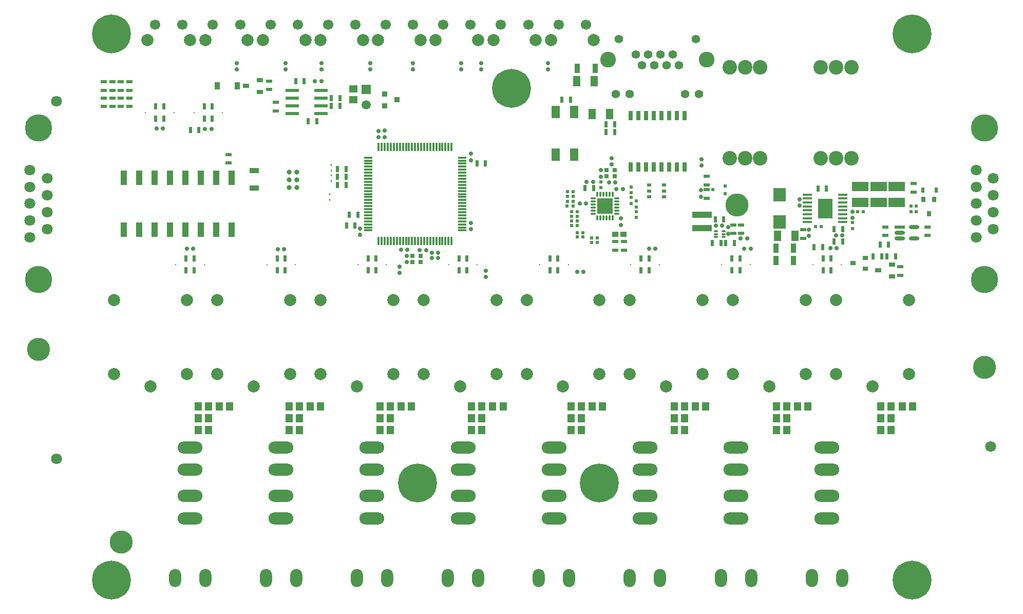
<source format=gbr>
%TF.GenerationSoftware,Altium Limited,Altium Designer,23.11.1 (41)*%
G04 Layer_Color=8388736*
%FSLAX45Y45*%
%MOMM*%
%TF.SameCoordinates,42F4153E-1698-40C0-8701-72EE62771F10*%
%TF.FilePolarity,Negative*%
%TF.FileFunction,Soldermask,Top*%
%TF.Part,Single*%
G01*
G75*
%TA.AperFunction,SMDPad,CuDef*%
%ADD12R,0.60000X1.00000*%
%ADD13R,0.60000X1.00000*%
%ADD14R,0.58000X0.55000*%
%ADD15R,0.80000X0.90000*%
%ADD16R,0.63000X0.83000*%
%ADD17R,1.00000X0.60000*%
%ADD18R,1.40000X2.00000*%
%ADD19R,1.75564X0.60981*%
G04:AMPARAMS|DCode=20|XSize=1.75564mm|YSize=0.60981mm|CornerRadius=0.3049mm|HoleSize=0mm|Usage=FLASHONLY|Rotation=0.000|XOffset=0mm|YOffset=0mm|HoleType=Round|Shape=RoundedRectangle|*
%AMROUNDEDRECTD20*
21,1,1.75564,0.00000,0,0,0.0*
21,1,1.14583,0.60981,0,0,0.0*
1,1,0.60980,0.57292,0.00000*
1,1,0.60980,-0.57292,0.00000*
1,1,0.60980,-0.57292,0.00000*
1,1,0.60980,0.57292,0.00000*
%
%ADD20ROUNDEDRECTD20*%
%ADD21R,1.20000X1.40000*%
%ADD22R,1.15000X1.40000*%
G04:AMPARAMS|DCode=24|XSize=0.63mm|YSize=0.61mm|CornerRadius=0.14945mm|HoleSize=0mm|Usage=FLASHONLY|Rotation=0.000|XOffset=0mm|YOffset=0mm|HoleType=Round|Shape=RoundedRectangle|*
%AMROUNDEDRECTD24*
21,1,0.63000,0.31110,0,0,0.0*
21,1,0.33110,0.61000,0,0,0.0*
1,1,0.29890,0.16555,-0.15555*
1,1,0.29890,-0.16555,-0.15555*
1,1,0.29890,-0.16555,0.15555*
1,1,0.29890,0.16555,0.15555*
%
%ADD24ROUNDEDRECTD24*%
G04:AMPARAMS|DCode=25|XSize=0.3mm|YSize=0.67mm|CornerRadius=0.045mm|HoleSize=0mm|Usage=FLASHONLY|Rotation=270.000|XOffset=0mm|YOffset=0mm|HoleType=Round|Shape=RoundedRectangle|*
%AMROUNDEDRECTD25*
21,1,0.30000,0.58000,0,0,270.0*
21,1,0.21000,0.67000,0,0,270.0*
1,1,0.09000,-0.29000,-0.10500*
1,1,0.09000,-0.29000,0.10500*
1,1,0.09000,0.29000,0.10500*
1,1,0.09000,0.29000,-0.10500*
%
%ADD25ROUNDEDRECTD25*%
%ADD26R,0.76000X1.65000*%
%ADD27R,1.15000X1.80000*%
%ADD28R,0.55000X0.58000*%
G04:AMPARAMS|DCode=29|XSize=0.63mm|YSize=0.61mm|CornerRadius=0.14945mm|HoleSize=0mm|Usage=FLASHONLY|Rotation=270.000|XOffset=0mm|YOffset=0mm|HoleType=Round|Shape=RoundedRectangle|*
%AMROUNDEDRECTD29*
21,1,0.63000,0.31110,0,0,270.0*
21,1,0.33110,0.61000,0,0,270.0*
1,1,0.29890,-0.15555,-0.16555*
1,1,0.29890,-0.15555,0.16555*
1,1,0.29890,0.15555,0.16555*
1,1,0.29890,0.15555,-0.16555*
%
%ADD29ROUNDEDRECTD29*%
%ADD30R,0.58000X0.50000*%
%ADD31R,0.75000X0.70000*%
%ADD32R,0.25000X0.36000*%
%ADD33R,2.41000X3.29000*%
%ADD34R,1.50000X0.45000*%
%ADD35O,0.30000X0.85000*%
%ADD36O,0.85000X0.30000*%
%ADD37R,2.60000X2.60000*%
%ADD38R,2.16916X0.58213*%
%ADD39R,1.40000X1.20000*%
%ADD40R,0.85000X0.85000*%
%ADD41R,0.30000X1.47500*%
%ADD42R,1.47500X0.30000*%
%ADD43R,0.80000X0.55000*%
%ADD44R,3.20000X1.00000*%
%ADD45R,0.90000X1.60000*%
%ADD46R,1.60000X0.90000*%
%TA.AperFunction,BGAPad,CuDef*%
%ADD47C,0.80000*%
%TA.AperFunction,SMDPad,CuDef*%
%ADD48R,1.00000X0.80000*%
%ADD49R,0.91000X1.22000*%
%ADD50R,0.90000X0.80000*%
%ADD51R,2.80000X1.65000*%
%ADD52R,1.10606X0.95822*%
%ADD53R,1.13000X2.44000*%
%TA.AperFunction,ViaPad*%
%ADD74C,3.80000*%
%TA.AperFunction,ComponentPad*%
%ADD75C,2.00000*%
%ADD76C,4.50000*%
%ADD77C,1.80000*%
%ADD78R,1.50000X1.50000*%
%ADD79C,1.50000*%
%ADD80C,2.60000*%
%ADD81C,1.40000*%
%ADD83C,1.70000*%
%ADD84O,2.00000X3.00000*%
%ADD85O,4.10000X2.00000*%
%TA.AperFunction,FiducialPad,Global*%
%ADD108C,1.80000*%
%TA.AperFunction,SMDPad,CuDef*%
%ADD109R,2.00000X2.20000*%
%TA.AperFunction,ComponentPad*%
%ADD110C,0.20000*%
%ADD111C,6.40000*%
%ADD112C,2.40000*%
D12*
X5150000Y8060000D02*
D03*
X5290000D02*
D03*
X14575262Y6030500D02*
D03*
X14715263D02*
D03*
X5963574Y6520912D02*
D03*
X5823574D02*
D03*
X12170000Y6050000D02*
D03*
X12030000D02*
D03*
X11950000D02*
D03*
X11810000D02*
D03*
X10060000Y8010000D02*
D03*
X10200000D02*
D03*
X10060000Y7880000D02*
D03*
X10200000D02*
D03*
X13960001Y6280000D02*
D03*
X13820000D02*
D03*
X5630000Y7010000D02*
D03*
X5770000D02*
D03*
X5630000Y7270000D02*
D03*
X5770000D02*
D03*
Y7140000D02*
D03*
X5630000D02*
D03*
X13489999Y5980000D02*
D03*
X13630000D02*
D03*
X13960001Y6080000D02*
D03*
X13820000D02*
D03*
X13689999Y6950000D02*
D03*
X13550000D02*
D03*
X9710013Y6960003D02*
D03*
X9850014D02*
D03*
X5920000Y6340000D02*
D03*
X5780000D02*
D03*
X4940000Y8720000D02*
D03*
X5080000D02*
D03*
X5530000Y8440000D02*
D03*
X5670000D02*
D03*
X5530000Y8310000D02*
D03*
X5670000D02*
D03*
X3205000Y7915000D02*
D03*
X3345000D02*
D03*
X9330000Y8410000D02*
D03*
X9470000D02*
D03*
X14830000Y5830000D02*
D03*
X14689999D02*
D03*
X14460001D02*
D03*
X14600000D02*
D03*
X11860000Y6440000D02*
D03*
X12000000D02*
D03*
X7930000Y7360000D02*
D03*
X8070000D02*
D03*
D13*
X10635000Y5800000D02*
D03*
Y5600000D02*
D03*
X10765000D02*
D03*
Y5800000D02*
D03*
X2765000Y8100000D02*
D03*
Y8300000D02*
D03*
X2635000D02*
D03*
Y8100000D02*
D03*
X3565000D02*
D03*
Y8300000D02*
D03*
X3435000D02*
D03*
Y8100000D02*
D03*
X13635001Y5800000D02*
D03*
Y5600000D02*
D03*
X13764999D02*
D03*
Y5800000D02*
D03*
X12135000D02*
D03*
Y5600000D02*
D03*
X12265000D02*
D03*
Y5800000D02*
D03*
X9135000D02*
D03*
Y5600000D02*
D03*
X9265000D02*
D03*
Y5800000D02*
D03*
X7635000D02*
D03*
Y5600000D02*
D03*
X7765000D02*
D03*
Y5800000D02*
D03*
X6135000D02*
D03*
Y5600000D02*
D03*
X6265000D02*
D03*
Y5800000D02*
D03*
X4635000D02*
D03*
Y5600000D02*
D03*
X4765000D02*
D03*
Y5800000D02*
D03*
X3135000D02*
D03*
Y5600000D02*
D03*
X3265000D02*
D03*
Y5800000D02*
D03*
D14*
X15086702Y6660566D02*
D03*
Y6565566D02*
D03*
X15166745Y6660566D02*
D03*
Y6565566D02*
D03*
X14120000Y6292500D02*
D03*
Y6387500D02*
D03*
X10470000Y6972500D02*
D03*
Y6877500D02*
D03*
Y6707500D02*
D03*
Y6802500D02*
D03*
X10555000Y6742500D02*
D03*
Y6647500D02*
D03*
Y6477500D02*
D03*
Y6572500D02*
D03*
X9970000Y6962500D02*
D03*
Y7057500D02*
D03*
D15*
X15470007Y6775566D02*
D03*
X15290009D02*
D03*
X15380008Y6535566D02*
D03*
D16*
X15501500Y6920000D02*
D03*
X15278500D02*
D03*
D17*
X15130000Y7030000D02*
D03*
X15130000Y6890000D02*
D03*
X15355263Y6315500D02*
D03*
Y6175499D02*
D03*
X14665263Y6315500D02*
D03*
Y6175499D02*
D03*
X2200000Y8710000D02*
D03*
Y8570000D02*
D03*
X2060000Y8710000D02*
D03*
Y8570000D02*
D03*
X1920000Y8710000D02*
D03*
Y8570000D02*
D03*
X1780000D02*
D03*
Y8710000D02*
D03*
X2200000Y8440000D02*
D03*
Y8300000D02*
D03*
X2060000Y8440000D02*
D03*
Y8300000D02*
D03*
X1920000Y8440000D02*
D03*
Y8300000D02*
D03*
X1780000Y8440000D02*
D03*
Y8300000D02*
D03*
X13305000Y6130000D02*
D03*
Y6270000D02*
D03*
X11720000Y7010000D02*
D03*
Y7150000D02*
D03*
Y6790000D02*
D03*
Y6930000D02*
D03*
X4610000Y8370000D02*
D03*
Y8230000D02*
D03*
X10210000Y5935000D02*
D03*
Y6075000D02*
D03*
X10350000Y5935000D02*
D03*
Y6075000D02*
D03*
X3830000Y7370000D02*
D03*
Y7510000D02*
D03*
X4505000Y8720000D02*
D03*
Y8580000D02*
D03*
X14910001Y5660000D02*
D03*
Y5520000D02*
D03*
X12280000Y6350000D02*
D03*
Y6210000D02*
D03*
X12160000Y6350001D02*
D03*
Y6210000D02*
D03*
D18*
X9230015Y7510003D02*
D03*
Y8210002D02*
D03*
X9530014Y7510003D02*
D03*
Y8210002D02*
D03*
D19*
X14897736Y6315500D02*
D03*
D20*
Y6220500D02*
D03*
Y6125500D02*
D03*
X15132791D02*
D03*
Y6315500D02*
D03*
D21*
X14755006Y3360000D02*
D03*
X14585007Y3360000D02*
D03*
X6502369Y3360000D02*
D03*
X6332369Y3360000D02*
D03*
X6502369Y3164979D02*
D03*
X6332369D02*
D03*
X6502369Y2969958D02*
D03*
X6332369D02*
D03*
X5003685Y3360000D02*
D03*
X4833685Y3360000D02*
D03*
X5003685Y3164979D02*
D03*
X4833685D02*
D03*
X5003685Y2969958D02*
D03*
X4833685Y2969959D02*
D03*
X8005006Y3360000D02*
D03*
X7835006D02*
D03*
X8005006Y3164979D02*
D03*
X7835006D02*
D03*
X8005006Y2969958D02*
D03*
X7835006D02*
D03*
X11353715Y3360000D02*
D03*
X11183715D02*
D03*
X11353715Y3164979D02*
D03*
X11183715D02*
D03*
X11353715Y2969958D02*
D03*
X11183715D02*
D03*
X9649131Y3360000D02*
D03*
X9479131D02*
D03*
X9649131Y3164979D02*
D03*
X9479131D02*
D03*
X9649131Y2969959D02*
D03*
X9479131Y2969958D02*
D03*
X13035007Y3360000D02*
D03*
X12865005D02*
D03*
X13035007Y3164979D02*
D03*
X12865005D02*
D03*
X13035007Y2969958D02*
D03*
X12865005D02*
D03*
X14755006Y3164979D02*
D03*
X14585007D02*
D03*
X14755006Y2969958D02*
D03*
X14585007D02*
D03*
X3505000Y3360000D02*
D03*
X3335000Y3360000D02*
D03*
X3505000Y3164979D02*
D03*
X3335000Y3164979D02*
D03*
X3505000Y2969958D02*
D03*
X3335000D02*
D03*
D22*
X6852145Y3361684D02*
D03*
X6682145D02*
D03*
X5350000D02*
D03*
X5180000D02*
D03*
X8360000D02*
D03*
X8190000D02*
D03*
X11701930D02*
D03*
X11531930D02*
D03*
X9997499D02*
D03*
X9827500D02*
D03*
X13381570D02*
D03*
X13211571D02*
D03*
X15108282D02*
D03*
X14938283D02*
D03*
X3853323D02*
D03*
X3683323D02*
D03*
D24*
X12382500Y6130000D02*
D03*
X12277500D02*
D03*
X13952499Y6180000D02*
D03*
X13847501D02*
D03*
X9737500Y7060000D02*
D03*
X9842500D02*
D03*
X6782500Y5940000D02*
D03*
X6677500D02*
D03*
X10332500Y6940000D02*
D03*
X10227500D02*
D03*
X10212501Y7050000D02*
D03*
X10107500D02*
D03*
X5257500Y8720000D02*
D03*
X5362500D02*
D03*
X9625000Y6700000D02*
D03*
X9730000D02*
D03*
X7187500Y5810000D02*
D03*
X7292500D02*
D03*
X7092500Y5930000D02*
D03*
X6987500D02*
D03*
X7187500Y5890000D02*
D03*
X7292500D02*
D03*
X11867500Y6340000D02*
D03*
X11972500D02*
D03*
X3447500Y7935000D02*
D03*
X3552500D02*
D03*
X4752500Y5950000D02*
D03*
X4647500D02*
D03*
X3252500Y5960000D02*
D03*
X3147500D02*
D03*
X2647500Y7940000D02*
D03*
X2752500D02*
D03*
X13757500Y5970000D02*
D03*
X13862500D02*
D03*
X12337500Y5955000D02*
D03*
X12442500D02*
D03*
X10765000Y5960000D02*
D03*
X10870000D02*
D03*
X9582500Y5580000D02*
D03*
X9687500D02*
D03*
D25*
X11866488Y6149997D02*
D03*
Y6199997D02*
D03*
Y6249997D02*
D03*
X11993487D02*
D03*
Y6199997D02*
D03*
Y6149997D02*
D03*
D26*
X10465500Y7304500D02*
D03*
X10592500D02*
D03*
X10719500D02*
D03*
X10846500D02*
D03*
X10973500D02*
D03*
X11100500D02*
D03*
X11227500D02*
D03*
X11354500D02*
D03*
Y8155500D02*
D03*
X11227500D02*
D03*
X11100500D02*
D03*
X10973500D02*
D03*
X10846500D02*
D03*
X10719500D02*
D03*
X10592500D02*
D03*
X10465500D02*
D03*
D27*
X9825000Y8180000D02*
D03*
X10115000D02*
D03*
X13175000Y6170000D02*
D03*
X12885001D02*
D03*
X9865000Y8720000D02*
D03*
X9575000D02*
D03*
D28*
X13512500Y6320000D02*
D03*
X13607500D02*
D03*
X9422500Y6895000D02*
D03*
X9517500D02*
D03*
X9517500Y6820000D02*
D03*
X9422500D02*
D03*
X9515000Y6735000D02*
D03*
X9419999D02*
D03*
X9417500Y6660000D02*
D03*
X9512500D02*
D03*
X9487500Y6570000D02*
D03*
X9582500D02*
D03*
X9585000Y6490000D02*
D03*
X9490000D02*
D03*
X9582500Y6415000D02*
D03*
X9487500D02*
D03*
Y6340000D02*
D03*
X9582500D02*
D03*
X9585000Y6225000D02*
D03*
X9680000D02*
D03*
Y6150000D02*
D03*
X9585000D02*
D03*
X9912500Y6135000D02*
D03*
X9817500D02*
D03*
X9912500Y6060000D02*
D03*
X9817500D02*
D03*
X14297501Y6570000D02*
D03*
X14202499D02*
D03*
D29*
X13400000Y6167500D02*
D03*
Y6272500D02*
D03*
X13250000Y6667500D02*
D03*
Y6772500D02*
D03*
X11620000Y6817499D02*
D03*
Y6922500D02*
D03*
X14120000Y6572500D02*
D03*
Y6467500D02*
D03*
X10150000Y7347500D02*
D03*
Y7452500D02*
D03*
X9970000Y7252500D02*
D03*
Y7147500D02*
D03*
X6000000Y6187500D02*
D03*
Y6292500D02*
D03*
X6410000Y7797500D02*
D03*
Y7902500D02*
D03*
X6310000Y7792500D02*
D03*
Y7897500D02*
D03*
X11630000Y7327500D02*
D03*
Y7432500D02*
D03*
X6770000Y5842500D02*
D03*
Y5737500D02*
D03*
X8080000Y5492500D02*
D03*
Y5597500D02*
D03*
X7830000Y7417500D02*
D03*
Y7522500D02*
D03*
Y6277500D02*
D03*
Y6382500D02*
D03*
X12070000Y6312501D02*
D03*
Y6207500D02*
D03*
X10300000Y6455001D02*
D03*
Y6350000D02*
D03*
X9100001Y9015001D02*
D03*
Y8910000D02*
D03*
X8000000Y9015001D02*
D03*
Y8910000D02*
D03*
X7670000Y9015001D02*
D03*
Y8910000D02*
D03*
X6870000Y9015001D02*
D03*
Y8910000D02*
D03*
X6170000Y9015001D02*
D03*
Y8910000D02*
D03*
X5369999Y9015001D02*
D03*
Y8910000D02*
D03*
X4769999Y9015001D02*
D03*
Y8910000D02*
D03*
X3969998Y9015001D02*
D03*
Y8910000D02*
D03*
X6650000Y5557500D02*
D03*
Y5662500D02*
D03*
D30*
X12021998Y6865011D02*
D03*
Y6995011D02*
D03*
X11817997Y6930011D02*
D03*
D31*
X6862500Y5840000D02*
D03*
X6997500D02*
D03*
Y5740000D02*
D03*
X6862500D02*
D03*
X10200000Y7250000D02*
D03*
X10065000D02*
D03*
Y7150000D02*
D03*
X10200000D02*
D03*
D32*
X5530000Y7242500D02*
D03*
Y7337500D02*
D03*
Y7167500D02*
D03*
Y7072500D02*
D03*
X5500000Y6762500D02*
D03*
Y6857500D02*
D03*
D33*
X13670000Y6622500D02*
D03*
D34*
X13960001Y6395000D02*
D03*
Y6460000D02*
D03*
Y6525000D02*
D03*
Y6590000D02*
D03*
Y6655000D02*
D03*
Y6720000D02*
D03*
Y6785000D02*
D03*
Y6850000D02*
D03*
X13380000Y6395000D02*
D03*
Y6460000D02*
D03*
Y6525000D02*
D03*
Y6590000D02*
D03*
Y6655000D02*
D03*
Y6720000D02*
D03*
Y6785000D02*
D03*
Y6850000D02*
D03*
D35*
X10165000Y6855000D02*
D03*
X10115000D02*
D03*
X10065000D02*
D03*
X10015000D02*
D03*
X9965000D02*
D03*
X9915000D02*
D03*
Y6465000D02*
D03*
X9965000D02*
D03*
X10015000D02*
D03*
X10065000D02*
D03*
X10115000D02*
D03*
X10165000D02*
D03*
D36*
X9845000Y6785000D02*
D03*
Y6735000D02*
D03*
Y6685000D02*
D03*
Y6635000D02*
D03*
Y6585000D02*
D03*
Y6535000D02*
D03*
X10235000D02*
D03*
Y6585000D02*
D03*
Y6635000D02*
D03*
Y6685000D02*
D03*
Y6735000D02*
D03*
Y6785000D02*
D03*
D37*
X10040000Y6660000D02*
D03*
D38*
X4887280Y8567000D02*
D03*
Y8440000D02*
D03*
Y8313000D02*
D03*
Y8186000D02*
D03*
X5360000D02*
D03*
Y8313000D02*
D03*
Y8440000D02*
D03*
Y8567000D02*
D03*
D39*
X5895000Y8595000D02*
D03*
Y8415000D02*
D03*
D40*
X6410000Y8505000D02*
D03*
Y8315000D02*
D03*
X6610000Y8410000D02*
D03*
D41*
X6310000Y6086200D02*
D03*
X6360000D02*
D03*
X6410000D02*
D03*
X6460000D02*
D03*
X6510000D02*
D03*
X6560000Y6086200D02*
D03*
X6610000Y6086200D02*
D03*
X6660000D02*
D03*
X6710000D02*
D03*
X6760000D02*
D03*
X6810000D02*
D03*
X6860000Y6086200D02*
D03*
X6910000D02*
D03*
X6960000D02*
D03*
X7010000Y6086200D02*
D03*
X7060000D02*
D03*
X7110000D02*
D03*
X7160000D02*
D03*
X7210000D02*
D03*
X7260000Y6086200D02*
D03*
X7310000Y6086200D02*
D03*
X7360000D02*
D03*
X7410000D02*
D03*
X7460000D02*
D03*
X7510000D02*
D03*
Y7633800D02*
D03*
X7460000D02*
D03*
X7410000D02*
D03*
X7360000D02*
D03*
X7310000D02*
D03*
X7260000Y7633800D02*
D03*
X7210000Y7633800D02*
D03*
X7160000D02*
D03*
X7110000D02*
D03*
X7060000D02*
D03*
X7010000D02*
D03*
X6960000Y7633800D02*
D03*
X6910000D02*
D03*
X6860000D02*
D03*
X6810000Y7633800D02*
D03*
X6760000D02*
D03*
X6710000D02*
D03*
X6660000D02*
D03*
X6610000D02*
D03*
X6560000Y7633800D02*
D03*
X6510000Y7633800D02*
D03*
X6460000D02*
D03*
X6410000D02*
D03*
X6360000D02*
D03*
X6310000D02*
D03*
D42*
X7683800Y6260000D02*
D03*
Y6310000D02*
D03*
Y6360000D02*
D03*
Y6410000D02*
D03*
Y6460000D02*
D03*
X7683800Y6510000D02*
D03*
X7683800Y6560000D02*
D03*
Y6610000D02*
D03*
Y6660000D02*
D03*
Y6710000D02*
D03*
Y6760000D02*
D03*
X7683800Y6810000D02*
D03*
Y6860000D02*
D03*
Y6910000D02*
D03*
X7683800Y6960000D02*
D03*
Y7010000D02*
D03*
Y7060000D02*
D03*
Y7110000D02*
D03*
Y7160000D02*
D03*
X7683800Y7210000D02*
D03*
X7683800Y7260000D02*
D03*
Y7310000D02*
D03*
Y7360000D02*
D03*
Y7410000D02*
D03*
Y7460000D02*
D03*
X6136200D02*
D03*
Y7410000D02*
D03*
Y7360000D02*
D03*
Y7310000D02*
D03*
Y7260000D02*
D03*
X6136200Y7210000D02*
D03*
X6136200Y7160000D02*
D03*
Y7110000D02*
D03*
Y7060000D02*
D03*
Y7010000D02*
D03*
Y6960000D02*
D03*
X6136200Y6910000D02*
D03*
Y6860000D02*
D03*
Y6810000D02*
D03*
X6136200Y6760000D02*
D03*
Y6710000D02*
D03*
Y6660000D02*
D03*
Y6610000D02*
D03*
Y6560000D02*
D03*
X6136200Y6510000D02*
D03*
X6136200Y6460000D02*
D03*
Y6410000D02*
D03*
Y6360000D02*
D03*
Y6310000D02*
D03*
Y6260000D02*
D03*
D43*
X10770000Y6815000D02*
D03*
Y6910000D02*
D03*
Y7005000D02*
D03*
X11010000D02*
D03*
Y6910000D02*
D03*
Y6815000D02*
D03*
D44*
X11640000Y6300000D02*
D03*
Y6520000D02*
D03*
D45*
X12860001Y5965000D02*
D03*
X13149998D02*
D03*
X12860001Y5760000D02*
D03*
X13149998D02*
D03*
X9875000Y8930000D02*
D03*
X9585001D02*
D03*
D46*
X4260000Y6955000D02*
D03*
Y7244999D02*
D03*
D47*
X4836500Y7216499D02*
D03*
X4836500Y7089499D02*
D03*
Y6962499D02*
D03*
X4963500Y6962499D02*
D03*
X4963500Y7089499D02*
D03*
X4963500Y7216499D02*
D03*
D48*
X4350000Y8545000D02*
D03*
Y8735000D02*
D03*
X4120000Y8640000D02*
D03*
X14545000Y5600000D02*
D03*
X14775000Y5695000D02*
D03*
Y5505000D02*
D03*
D49*
X3974000Y8640000D02*
D03*
X3646000D02*
D03*
D50*
X14130000Y5720000D02*
D03*
X14330000Y5810000D02*
D03*
Y5630000D02*
D03*
D51*
X14850000Y6717500D02*
D03*
Y6982500D02*
D03*
X14550000Y6717500D02*
D03*
Y6982500D02*
D03*
X14250000Y6717500D02*
D03*
Y6982500D02*
D03*
D52*
X10212392Y6200000D02*
D03*
X10347608D02*
D03*
D53*
X2111000Y6270000D02*
D03*
X2365000D02*
D03*
X2619000D02*
D03*
X2873000D02*
D03*
X3127000D02*
D03*
X3381000D02*
D03*
X3635000D02*
D03*
X3889000D02*
D03*
Y7130000D02*
D03*
X3635000D02*
D03*
X3381000D02*
D03*
X3127000D02*
D03*
X2873000D02*
D03*
X2619000D02*
D03*
X2365000D02*
D03*
X2111000D02*
D03*
D74*
X2064883Y1127230D02*
D03*
X16300000Y4000000D02*
D03*
X12220000Y6680000D02*
D03*
X700000Y4300000D02*
D03*
D75*
X14450000Y3690000D02*
D03*
X13850000Y5110000D02*
D03*
X15050000D02*
D03*
X13850000Y3890000D02*
D03*
X15050000D02*
D03*
X12750000Y3690000D02*
D03*
X12150000Y5110000D02*
D03*
X13350000D02*
D03*
X12150000Y3890000D02*
D03*
X13350000D02*
D03*
X11050000Y3690000D02*
D03*
X10450000Y5110000D02*
D03*
X11650000D02*
D03*
X10450000Y3890000D02*
D03*
X11650000D02*
D03*
X9350000Y3690000D02*
D03*
X8750000Y5110000D02*
D03*
X9950000D02*
D03*
X8750000Y3890000D02*
D03*
X9950000D02*
D03*
X7650000Y3690000D02*
D03*
X7050000Y5110000D02*
D03*
X8250000D02*
D03*
X7050000Y3890000D02*
D03*
X8250000D02*
D03*
X5950000Y3690000D02*
D03*
X5350000Y5110000D02*
D03*
X6550000D02*
D03*
X5350000Y3890000D02*
D03*
X6550000D02*
D03*
X4250000Y3690000D02*
D03*
X3650000Y5110000D02*
D03*
X4850000D02*
D03*
X3650000Y3890000D02*
D03*
X4850000D02*
D03*
X2550000Y3690000D02*
D03*
X1950000Y5110000D02*
D03*
X3150000D02*
D03*
X1950000Y3890000D02*
D03*
X3150000D02*
D03*
X3200000Y9400000D02*
D03*
X2500000D02*
D03*
X4150000D02*
D03*
X3450000D02*
D03*
X5100000D02*
D03*
X4400000D02*
D03*
X6050000D02*
D03*
X5350000D02*
D03*
X7000000D02*
D03*
X6300000D02*
D03*
X7950000D02*
D03*
X7250000D02*
D03*
X8900000D02*
D03*
X8200000D02*
D03*
X9850000D02*
D03*
X9150000D02*
D03*
D76*
X16300000Y7950000D02*
D03*
Y5450000D02*
D03*
X700000Y7950000D02*
D03*
Y5450000D02*
D03*
D77*
X16158000Y7254000D02*
D03*
X16442000Y7115500D02*
D03*
X16158000Y6977000D02*
D03*
X16442000Y6838500D02*
D03*
X16158000Y6700000D02*
D03*
X16442000Y6561500D02*
D03*
X16158000Y6423000D02*
D03*
X16442000Y6284500D02*
D03*
X16158000Y6146000D02*
D03*
X558000Y7254000D02*
D03*
X842000Y7115500D02*
D03*
X558000Y6977000D02*
D03*
X842000Y6838500D02*
D03*
X558000Y6700000D02*
D03*
X842000Y6561500D02*
D03*
X558000Y6423000D02*
D03*
X842000Y6284500D02*
D03*
X558000Y6146000D02*
D03*
D78*
X6105000Y8582000D02*
D03*
D79*
Y8328000D02*
D03*
D80*
X10087000Y9074000D02*
D03*
X11713000D02*
D03*
D81*
X11586200Y8503000D02*
D03*
X11357200D02*
D03*
X10443200D02*
D03*
X10214200D02*
D03*
X11535000Y9417000D02*
D03*
X10265000D02*
D03*
X10646600Y8985200D02*
D03*
X10849800D02*
D03*
X11053000D02*
D03*
X11256200D02*
D03*
X11154600Y9163000D02*
D03*
X10951400D02*
D03*
X10748200D02*
D03*
X10545000D02*
D03*
D83*
X3075000Y9650000D02*
D03*
X2625000D02*
D03*
X4025000D02*
D03*
X3575000D02*
D03*
X4975000D02*
D03*
X4525000D02*
D03*
X5925000D02*
D03*
X5475000D02*
D03*
X6875000D02*
D03*
X6425000D02*
D03*
X7825000D02*
D03*
X7375000D02*
D03*
X8775000D02*
D03*
X8325000D02*
D03*
X9725000D02*
D03*
X9275000D02*
D03*
D84*
X2950000Y530000D02*
D03*
X3450000D02*
D03*
X4450000D02*
D03*
X4950000D02*
D03*
X5950000D02*
D03*
X6450000D02*
D03*
X7450000D02*
D03*
X7950000D02*
D03*
X8950000D02*
D03*
X9450000D02*
D03*
X10450000D02*
D03*
X10950000D02*
D03*
X11950000D02*
D03*
X12450000D02*
D03*
X13450000D02*
D03*
X13950000D02*
D03*
D85*
X6200000Y2685000D02*
D03*
Y2315000D02*
D03*
Y1885000D02*
D03*
Y1515000D02*
D03*
X10700000Y2685000D02*
D03*
Y2315000D02*
D03*
Y1885000D02*
D03*
Y1515000D02*
D03*
X13700000Y2685000D02*
D03*
Y2315000D02*
D03*
Y1885000D02*
D03*
Y1515000D02*
D03*
X3200000Y2685000D02*
D03*
Y2315000D02*
D03*
Y1885000D02*
D03*
Y1515000D02*
D03*
X7700000Y2685000D02*
D03*
Y2315000D02*
D03*
Y1885000D02*
D03*
Y1515000D02*
D03*
X12200000Y2685000D02*
D03*
Y2315000D02*
D03*
Y1885000D02*
D03*
Y1515000D02*
D03*
X4700000Y2685000D02*
D03*
Y2315000D02*
D03*
Y1885000D02*
D03*
Y1515000D02*
D03*
X9200000Y2685000D02*
D03*
Y2315000D02*
D03*
Y1885000D02*
D03*
Y1515000D02*
D03*
D108*
X16400000Y2700000D02*
D03*
X1000000Y2500000D02*
D03*
Y8390000D02*
D03*
D109*
X12920000Y6400000D02*
D03*
Y6850000D02*
D03*
D110*
X7935000Y5700000D02*
D03*
X7465000D02*
D03*
X2935000Y8200000D02*
D03*
X2465000D02*
D03*
X3735000D02*
D03*
X3265000D02*
D03*
X13935001Y5700000D02*
D03*
X13464999D02*
D03*
X12435000D02*
D03*
X11965000D02*
D03*
X10935000D02*
D03*
X10465000D02*
D03*
X9435000D02*
D03*
X8965000D02*
D03*
X6435000D02*
D03*
X5965000D02*
D03*
X4935000D02*
D03*
X4465000D02*
D03*
X3435000D02*
D03*
X2965000D02*
D03*
D111*
X9950000Y2100000D02*
D03*
X6950000D02*
D03*
X1900000Y500000D02*
D03*
X8500000Y8600000D02*
D03*
X15100000Y500000D02*
D03*
X1900000Y9500000D02*
D03*
X15100000D02*
D03*
D112*
X12600000Y7450000D02*
D03*
X12350000D02*
D03*
X14100000D02*
D03*
X13850000D02*
D03*
X13600000D02*
D03*
X14100000Y8950000D02*
D03*
X13850000D02*
D03*
X13600000D02*
D03*
X12100000Y7450000D02*
D03*
X12600000Y8950000D02*
D03*
X12350000D02*
D03*
X12100000D02*
D03*
%TF.MD5,d32d62a01e9b5729a454804ea423abf5*%
M02*

</source>
